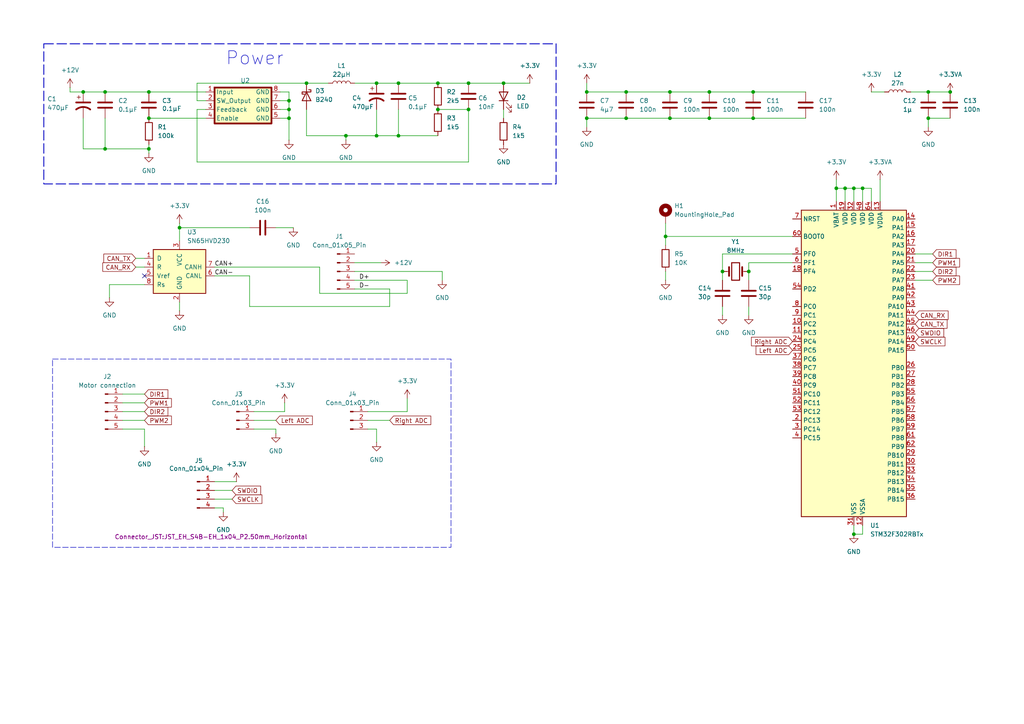
<source format=kicad_sch>
(kicad_sch (version 20231120) (generator "eeschema") (generator_version "8.0")
  (paper "A4")
  (lib_symbols
    (symbol "Connector:Conn_01x03_Pin" (pin_names (offset 1.016) hide)
      (property "Reference" "J" (at 0 5.08 0))
      (property "Value" "Conn_01x03_Pin" (at 0 -5.08 0))
      (symbol "Conn_01x03_Pin_1_1"
        (polyline (pts (xy 1.27 -2.54) (xy 0.8636 -2.54)) (stroke (width 0.1524)))
        (polyline (pts (xy 1.27 0) (xy 0.8636 0)) (stroke (width 0.1524)))
        (polyline (pts (xy 1.27 2.54) (xy 0.8636 2.54)) (stroke (width 0.1524)))
        (rectangle (start 0.8636 -2.413) (end 0 -2.667) (stroke (width 0.1524)) (fill (type outline)))
        (rectangle (start 0.8636 0.127) (end 0 -0.127) (stroke (width 0.1524)) (fill (type outline)))
        (rectangle (start 0.8636 2.667) (end 0 2.413) (stroke (width 0.1524)) (fill (type outline)))
        (pin passive line (at 5.08 2.54 180) (length 3.81) (name "Pin_1") (number "1"))
        (pin passive line (at 5.08 0 180) (length 3.81) (name "Pin_2") (number "2"))
        (pin passive line (at 5.08 -2.54 180) (length 3.81) (name "Pin_3") (number "3"))
      )
    )
    (symbol "Connector:Conn_01x04_Pin" (pin_names (offset 1.016) hide)
      (property "Reference" "J" (at 0 5.08 0))
      (property "Value" "Conn_01x04_Pin" (at 0 -7.62 0))
      (symbol "Conn_01x04_Pin_1_1"
        (polyline (pts (xy 1.27 -5.08) (xy 0.8636 -5.08)) (stroke (width 0.1524)))
        (polyline (pts (xy 1.27 -2.54) (xy 0.8636 -2.54)) (stroke (width 0.1524)))
        (polyline (pts (xy 1.27 0) (xy 0.8636 0)) (stroke (width 0.1524)))
        (polyline (pts (xy 1.27 2.54) (xy 0.8636 2.54)) (stroke (width 0.1524)))
        (rectangle (start 0.8636 -4.953) (end 0 -5.207) (stroke (width 0.1524)) (fill (type outline)))
        (rectangle (start 0.8636 -2.413) (end 0 -2.667) (stroke (width 0.1524)) (fill (type outline)))
        (rectangle (start 0.8636 0.127) (end 0 -0.127) (stroke (width 0.1524)) (fill (type outline)))
        (rectangle (start 0.8636 2.667) (end 0 2.413) (stroke (width 0.1524)) (fill (type outline)))
        (pin passive line (at 5.08 2.54 180) (length 3.81) (name "Pin_1") (number "1"))
        (pin passive line (at 5.08 0 180) (length 3.81) (name "Pin_2") (number "2"))
        (pin passive line (at 5.08 -2.54 180) (length 3.81) (name "Pin_3") (number "3"))
        (pin passive line (at 5.08 -5.08 180) (length 3.81) (name "Pin_4") (number "4"))
      )
    )
    (symbol "Connector:Conn_01x05_Pin" (pin_names (offset 1.016) hide)
      (property "Reference" "J" (at 0 7.62 0))
      (property "Value" "Conn_01x05_Pin" (at 0 -7.62 0))
      (symbol "Conn_01x05_Pin_1_1"
        (polyline (pts (xy 1.27 -5.08) (xy 0.8636 -5.08)) (stroke (width 0.1524)))
        (polyline (pts (xy 1.27 -2.54) (xy 0.8636 -2.54)) (stroke (width 0.1524)))
        (polyline (pts (xy 1.27 0) (xy 0.8636 0)) (stroke (width 0.1524)))
        (polyline (pts (xy 1.27 2.54) (xy 0.8636 2.54)) (stroke (width 0.1524)))
        (polyline (pts (xy 1.27 5.08) (xy 0.8636 5.08)) (stroke (width 0.1524)))
        (rectangle (start 0.8636 -4.953) (end 0 -5.207) (stroke (width 0.1524)) (fill (type outline)))
        (rectangle (start 0.8636 -2.413) (end 0 -2.667) (stroke (width 0.1524)) (fill (type outline)))
        (rectangle (start 0.8636 0.127) (end 0 -0.127) (stroke (width 0.1524)) (fill (type outline)))
        (rectangle (start 0.8636 2.667) (end 0 2.413) (stroke (width 0.1524)) (fill (type outline)))
        (rectangle (start 0.8636 5.207) (end 0 4.953) (stroke (width 0.1524)) (fill (type outline)))
        (pin passive line (at 5.08 5.08 180) (length 3.81) (name "Pin_1") (number "1"))
        (pin passive line (at 5.08 2.54 180) (length 3.81) (name "Pin_2") (number "2"))
        (pin passive line (at 5.08 0 180) (length 3.81) (name "Pin_3") (number "3"))
        (pin passive line (at 5.08 -2.54 180) (length 3.81) (name "Pin_4") (number "4"))
        (pin passive line (at 5.08 -5.08 180) (length 3.81) (name "Pin_5") (number "5"))
      )
    )
    (symbol "Device:C" (pin_numbers hide) (pin_names (offset 0.254))
      (property "Reference" "C" (at 0.635 2.54 0))
      (property "Value" "C" (at 0.635 -2.54 0))
      (symbol "C_0_1"
        (polyline (pts (xy -2.032 -0.762) (xy 2.032 -0.762)) (stroke (width 0.508)))
        (polyline (pts (xy -2.032 0.762) (xy 2.032 0.762)) (stroke (width 0.508)))
      )
      (symbol "C_1_1"
        (pin passive line (at 0 3.81 270) (length 2.794) (name "~") (number "1"))
        (pin passive line (at 0 -3.81 90) (length 2.794) (name "~") (number "2"))
      )
    )
    (symbol "Device:C_Polarized_US" (pin_numbers hide) (pin_names (offset 0.254) hide)
      (property "Reference" "C" (at 0.635 2.54 0))
      (property "Value" "C_Polarized_US" (at 0.635 -2.54 0))
      (symbol "C_Polarized_US_0_1"
        (polyline (pts (xy -2.032 0.762) (xy 2.032 0.762)) (stroke (width 0.508)))
        (polyline (pts (xy -1.778 2.286) (xy -0.762 2.286)))
        (polyline (pts (xy -1.27 1.778) (xy -1.27 2.794)))
        (arc (start 2.032 -1.27) (mid 0 -0.5572) (end -2.032 -1.27) (stroke (width 0.508)))
      )
      (symbol "C_Polarized_US_1_1"
        (pin passive line (at 0 3.81 270) (length 2.794) (name "~") (number "1"))
        (pin passive line (at 0 -3.81 90) (length 3.302) (name "~") (number "2"))
      )
    )
    (symbol "Device:Crystal" (pin_numbers hide) (pin_names (offset 1.016) hide)
      (property "Reference" "Y" (at 0 3.81 0))
      (property "Value" "Crystal" (at 0 -3.81 0))
      (symbol "Crystal_0_1"
        (rectangle (start -1.143 2.54) (end 1.143 -2.54) (stroke (width 0.3048)))
        (polyline (pts (xy -2.54 0) (xy -1.905 0)))
        (polyline (pts (xy -1.905 -1.27) (xy -1.905 1.27)) (stroke (width 0.508)))
        (polyline (pts (xy 1.905 -1.27) (xy 1.905 1.27)) (stroke (width 0.508)))
        (polyline (pts (xy 2.54 0) (xy 1.905 0)))
      )
      (symbol "Crystal_1_1"
        (pin passive line (at -3.81 0 0) (length 1.27) (name "1") (number "1"))
        (pin passive line (at 3.81 0 180) (length 1.27) (name "2") (number "2"))
      )
    )
    (symbol "Device:L" (pin_numbers hide) (pin_names (offset 1.016) hide)
      (property "Reference" "L" (at -1.27 0 90))
      (property "Value" "L" (at 1.905 0 90))
      (symbol "L_0_1"
        (arc (start 0 -2.54) (mid 0.6323 -1.905) (end 0 -1.27))
        (arc (start 0 -1.27) (mid 0.6323 -0.635) (end 0 0))
        (arc (start 0 0) (mid 0.6323 0.635) (end 0 1.27))
        (arc (start 0 1.27) (mid 0.6323 1.905) (end 0 2.54))
      )
      (symbol "L_1_1"
        (pin passive line (at 0 3.81 270) (length 1.27) (name "1") (number "1"))
        (pin passive line (at 0 -3.81 90) (length 1.27) (name "2") (number "2"))
      )
    )
    (symbol "Device:LED" (pin_numbers hide) (pin_names (offset 1.016) hide)
      (property "Reference" "D" (at 0 2.54 0))
      (property "Value" "LED" (at 0 -2.54 0))
      (symbol "LED_0_1"
        (polyline (pts (xy -1.27 -1.27) (xy -1.27 1.27)) (stroke (width 0.254)))
        (polyline (pts (xy -1.27 0) (xy 1.27 0)))
        (polyline (pts (xy 1.27 -1.27) (xy 1.27 1.27) (xy -1.27 0) (xy 1.27 -1.27)) (stroke (width 0.254)))
        (polyline (pts (xy -3.048 -0.762) (xy -4.572 -2.286) (xy -3.81 -2.286) (xy -4.572 -2.286) (xy -4.572 -1.524)))
        (polyline (pts (xy -1.778 -0.762) (xy -3.302 -2.286) (xy -2.54 -2.286) (xy -3.302 -2.286) (xy -3.302 -1.524)))
      )
      (symbol "LED_1_1"
        (pin passive line (at -3.81 0 0) (length 2.54) (name "K") (number "1"))
        (pin passive line (at 3.81 0 180) (length 2.54) (name "A") (number "2"))
      )
    )
    (symbol "Device:R" (pin_numbers hide) (pin_names (offset 0))
      (property "Reference" "R" (at 2.032 0 90))
      (property "Value" "R" (at 0 0 90))
      (symbol "R_0_1"
        (rectangle (start -1.016 -2.54) (end 1.016 2.54) (stroke (width 0.254)))
      )
      (symbol "R_1_1"
        (pin passive line (at 0 3.81 270) (length 1.27) (name "~") (number "1"))
        (pin passive line (at 0 -3.81 90) (length 1.27) (name "~") (number "2"))
      )
    )
    (symbol "Diode:B240" (pin_numbers hide) (pin_names (offset 1.016) hide)
      (property "Reference" "D" (at 0 2.54 0))
      (property "Value" "B240" (at 0 -2.54 0))
      (symbol "B240_0_1"
        (polyline (pts (xy 1.27 0) (xy -1.27 0)))
        (polyline (pts (xy 1.27 1.27) (xy 1.27 -1.27) (xy -1.27 0) (xy 1.27 1.27)) (stroke (width 0.254)))
        (polyline (pts (xy -1.905 0.635) (xy -1.905 1.27) (xy -1.27 1.27) (xy -1.27 -1.27) (xy -0.635 -1.27) (xy -0.635 -0.635)) (stroke (width 0.254)))
      )
      (symbol "B240_1_1"
        (pin passive line (at -3.81 0 0) (length 2.54) (name "K") (number "1"))
        (pin passive line (at 3.81 0 180) (length 2.54) (name "A") (number "2"))
      )
    )
    (symbol "Interface_CAN_LIN:SN65HVD230" (pin_names (offset 1.016))
      (property "Reference" "U" (at -2.54 10.16 0))
      (property "Value" "SN65HVD230" (at -2.54 7.62 0))
      (symbol "SN65HVD230_0_1"
        (rectangle (start -7.62 5.08) (end 7.62 -7.62) (stroke (width 0.254)) (fill (type background)))
      )
      (symbol "SN65HVD230_1_1"
        (pin input line (at -10.16 2.54 0) (length 2.54) (name "D") (number "1"))
        (pin power_in line (at 0 -10.16 90) (length 2.54) (name "GND") (number "2"))
        (pin power_in line (at 0 7.62 270) (length 2.54) (name "VCC") (number "3"))
        (pin output line (at -10.16 0 0) (length 2.54) (name "R") (number "4"))
        (pin output line (at -10.16 -2.54 0) (length 2.54) (name "Vref") (number "5"))
        (pin bidirectional line (at 10.16 -2.54 180) (length 2.54) (name "CANL") (number "6"))
        (pin bidirectional line (at 10.16 0 180) (length 2.54) (name "CANH") (number "7"))
        (pin input line (at -10.16 -5.08 0) (length 2.54) (name "Rs") (number "8"))
      )
    )
    (symbol "MCU_ST_STM32F3:STM32F302RBTx"
      (property "Reference" "U" (at -15.24 46.99 0))
      (property "Value" "STM32F302RBTx" (at 10.16 46.99 0))
      (symbol "STM32F302RBTx_0_1"
        (rectangle (start -15.24 -43.18) (end 15.24 45.72) (stroke (width 0.254)) (fill (type background)))
      )
      (symbol "STM32F302RBTx_1_1"
        (pin power_in line (at -5.08 48.26 270) (length 2.54) (name "VBAT") (number "1"))
        (pin bidirectional line (at -17.78 12.7 0) (length 2.54) (name "PC2") (number "10"))
        (pin bidirectional line (at -17.78 10.16 0) (length 2.54) (name "PC3") (number "11"))
        (pin power_in line (at 2.54 -45.72 90) (length 2.54) (name "VSSA") (number "12"))
        (pin power_in line (at 7.62 48.26 270) (length 2.54) (name "VDDA") (number "13"))
        (pin bidirectional line (at 17.78 43.18 180) (length 2.54) (name "PA0") (number "14"))
        (pin bidirectional line (at 17.78 40.64 180) (length 2.54) (name "PA1") (number "15"))
        (pin bidirectional line (at 17.78 38.1 180) (length 2.54) (name "PA2") (number "16"))
        (pin bidirectional line (at 17.78 35.56 180) (length 2.54) (name "PA3") (number "17"))
        (pin bidirectional line (at -17.78 27.94 0) (length 2.54) (name "PF4") (number "18"))
        (pin power_in line (at -2.54 48.26 270) (length 2.54) (name "VDD") (number "19"))
        (pin bidirectional line (at -17.78 -15.24 0) (length 2.54) (name "PC13") (number "2"))
        (pin bidirectional line (at 17.78 33.02 180) (length 2.54) (name "PA4") (number "20"))
        (pin bidirectional line (at 17.78 30.48 180) (length 2.54) (name "PA5") (number "21"))
        (pin bidirectional line (at 17.78 27.94 180) (length 2.54) (name "PA6") (number "22"))
        (pin bidirectional line (at 17.78 25.4 180) (length 2.54) (name "PA7") (number "23"))
        (pin bidirectional line (at -17.78 7.62 0) (length 2.54) (name "PC4") (number "24"))
        (pin bidirectional line (at -17.78 5.08 0) (length 2.54) (name "PC5") (number "25"))
        (pin bidirectional line (at 17.78 0 180) (length 2.54) (name "PB0") (number "26"))
        (pin bidirectional line (at 17.78 -2.54 180) (length 2.54) (name "PB1") (number "27"))
        (pin bidirectional line (at 17.78 -5.08 180) (length 2.54) (name "PB2") (number "28"))
        (pin bidirectional line (at 17.78 -25.4 180) (length 2.54) (name "PB10") (number "29"))
        (pin bidirectional line (at -17.78 -17.78 0) (length 2.54) (name "PC14") (number "3"))
        (pin bidirectional line (at 17.78 -27.94 180) (length 2.54) (name "PB11") (number "30"))
        (pin power_in line (at 0 -45.72 90) (length 2.54) (name "VSS") (number "31"))
        (pin power_in line (at 0 48.26 270) (length 2.54) (name "VDD") (number "32"))
        (pin bidirectional line (at 17.78 -30.48 180) (length 2.54) (name "PB12") (number "33"))
        (pin bidirectional line (at 17.78 -33.02 180) (length 2.54) (name "PB13") (number "34"))
        (pin bidirectional line (at 17.78 -35.56 180) (length 2.54) (name "PB14") (number "35"))
        (pin bidirectional line (at 17.78 -38.1 180) (length 2.54) (name "PB15") (number "36"))
        (pin bidirectional line (at -17.78 2.54 0) (length 2.54) (name "PC6") (number "37"))
        (pin bidirectional line (at -17.78 0 0) (length 2.54) (name "PC7") (number "38"))
        (pin bidirectional line (at -17.78 -2.54 0) (length 2.54) (name "PC8") (number "39"))
        (pin bidirectional line (at -17.78 -20.32 0) (length 2.54) (name "PC15") (number "4"))
        (pin bidirectional line (at -17.78 -5.08 0) (length 2.54) (name "PC9") (number "40"))
        (pin bidirectional line (at 17.78 22.86 180) (length 2.54) (name "PA8") (number "41"))
        (pin bidirectional line (at 17.78 20.32 180) (length 2.54) (name "PA9") (number "42"))
        (pin bidirectional line (at 17.78 17.78 180) (length 2.54) (name "PA10") (number "43"))
        (pin bidirectional line (at 17.78 15.24 180) (length 2.54) (name "PA11") (number "44"))
        (pin bidirectional line (at 17.78 12.7 180) (length 2.54) (name "PA12") (number "45"))
        (pin bidirectional line (at 17.78 10.16 180) (length 2.54) (name "PA13") (number "46"))
        (pin passive line (at 0 -45.72 90) (length 2.54) hide (name "VSS") (number "47"))
        (pin power_in line (at 2.54 48.26 270) (length 2.54) (name "VDD") (number "48"))
        (pin bidirectional line (at 17.78 7.62 180) (length 2.54) (name "PA14") (number "49"))
        (pin bidirectional line (at -17.78 33.02 0) (length 2.54) (name "PF0") (number "5"))
        (pin bidirectional line (at 17.78 5.08 180) (length 2.54) (name "PA15") (number "50"))
        (pin bidirectional line (at -17.78 -7.62 0) (length 2.54) (name "PC10") (number "51"))
        (pin bidirectional line (at -17.78 -10.16 0) (length 2.54) (name "PC11") (number "52"))
        (pin bidirectional line (at -17.78 -12.7 0) (length 2.54) (name "PC12") (number "53"))
        (pin bidirectional line (at -17.78 22.86 0) (length 2.54) (name "PD2") (number "54"))
        (pin bidirectional line (at 17.78 -7.62 180) (length 2.54) (name "PB3") (number "55"))
        (pin bidirectional line (at 17.78 -10.16 180) (length 2.54) (name "PB4") (number "56"))
        (pin bidirectional line (at 17.78 -12.7 180) (length 2.54) (name "PB5") (number "57"))
        (pin bidirectional line (at 17.78 -15.24 180) (length 2.54) (name "PB6") (number "58"))
        (pin bidirectional line (at 17.78 -17.78 180) (length 2.54) (name "PB7") (number "59"))
        (pin bidirectional line (at -17.78 30.48 0) (length 2.54) (name "PF1") (number "6"))
        (pin input line (at -17.78 38.1 0) (length 2.54) (name "BOOT0") (number "60"))
        (pin bidirectional line (at 17.78 -20.32 180) (length 2.54) (name "PB8") (number "61"))
        (pin bidirectional line (at 17.78 -22.86 180) (length 2.54) (name "PB9") (number "62"))
        (pin passive line (at 0 -45.72 90) (length 2.54) hide (name "VSS") (number "63"))
        (pin power_in line (at 5.08 48.26 270) (length 2.54) (name "VDD") (number "64"))
        (pin input line (at -17.78 43.18 0) (length 2.54) (name "NRST") (number "7"))
        (pin bidirectional line (at -17.78 17.78 0) (length 2.54) (name "PC0") (number "8"))
        (pin bidirectional line (at -17.78 15.24 0) (length 2.54) (name "PC1") (number "9"))
      )
    )
    (symbol "MP1584EN:MP1584EN"
      (property "Reference" "U" (at 0 6.35 0))
      (symbol "MP1584EN_1_1"
        (rectangle (start -8.89 5.08) (end 7.62 -5.334) (stroke (width 0.508)) (fill (type background)))
        (pin power_in line (at -11.43 3.81 0) (length 2.54) (name "Input") (number "1"))
        (pin power_out line (at -11.43 1.27 0) (length 2.54) (name "SW_Output") (number "2"))
        (pin input line (at -11.43 -1.27 0) (length 2.54) (name "Feedback") (number "3"))
        (pin input line (at -11.43 -3.81 0) (length 2.54) (name "Enable") (number "4"))
        (pin power_in line (at 10.16 -3.81 180) (length 2.54) (name "GND") (number "5"))
        (pin power_in line (at 10.16 -1.27 180) (length 2.54) (name "GND") (number "6"))
        (pin power_in line (at 10.16 1.27 180) (length 2.54) (name "GND") (number "7"))
        (pin power_in line (at 10.16 3.81 180) (length 2.54) (name "GND") (number "8"))
      )
    )
    (symbol "Mechanical:MountingHole_Pad" (pin_numbers hide) (pin_names (offset 1.016) hide) (exclude_from_sim yes) (in_bom no)
      (property "Reference" "H" (at 0 6.35 0))
      (property "Value" "MountingHole_Pad" (at 0 4.445 0))
      (symbol "MountingHole_Pad_0_1"
        (circle (center 0 1.27) (radius 1.27) (stroke (width 1.27)))
      )
      (symbol "MountingHole_Pad_1_1"
        (pin input line (at 0 -2.54 90) (length 2.54) (name "1") (number "1"))
      )
    )
    (symbol "power:+12V" (power) (pin_numbers hide) (pin_names (offset 0) hide)
      (property "Value" "+12V" (at 0 3.556 0))
      (symbol "+12V_0_1"
        (polyline (pts (xy -0.762 1.27) (xy 0 2.54)))
        (polyline (pts (xy 0 0) (xy 0 2.54)))
        (polyline (pts (xy 0 2.54) (xy 0.762 1.27)))
      )
      (symbol "+12V_1_1"
        (pin power_in line (at 0 0 90) (length 0) (name "~") (number "1"))
      )
    )
    (symbol "power:+3.3V" (power) (pin_numbers hide) (pin_names (offset 0) hide)
      (property "Value" "+3.3V" (at 0 3.556 0))
      (symbol "+3.3V_0_1"
        (polyline (pts (xy -0.762 1.27) (xy 0 2.54)))
        (polyline (pts (xy 0 0) (xy 0 2.54)))
        (polyline (pts (xy 0 2.54) (xy 0.762 1.27)))
      )
      (symbol "+3.3V_1_1"
        (pin power_in line (at 0 0 90) (length 0) (name "~") (number "1"))
      )
    )
    (symbol "power:+3.3VA" (power) (pin_numbers hide) (pin_names (offset 0) hide)
      (property "Value" "+3.3VA" (at 0 3.556 0))
      (symbol "+3.3VA_0_1"
        (polyline (pts (xy -0.762 1.27) (xy 0 2.54)))
        (polyline (pts (xy 0 0) (xy 0 2.54)))
        (polyline (pts (xy 0 2.54) (xy 0.762 1.27)))
      )
      (symbol "+3.3VA_1_1"
        (pin power_in line (at 0 0 90) (length 0) (name "~") (number "1"))
      )
    )
    (symbol "power:GND" (power) (pin_numbers hide) (pin_names (offset 0) hide)
      (property "Value" "GND" (at 0 -3.81 0))
      (symbol "GND_0_1"
        (polyline (pts (xy 0 0) (xy 0 -1.27) (xy 1.27 -1.27) (xy 0 -2.54) (xy -1.27 -1.27) (xy 0 -1.27)))
      )
      (symbol "GND_1_1"
        (pin power_in line (at 0 0 270) (length 0) (name "~") (number "1"))
      )
    )
  )
  (junction (at 275.59 26.67))
  (junction (at 209.55 78.74))
  (junction (at 88.9 24.13))
  (junction (at 24.13 26.67))
  (junction (at 269.24 26.67))
  (junction (at 218.44 26.67))
  (junction (at 83.82 31.75))
  (junction (at 181.61 26.67))
  (junction (at 115.57 39.37))
  (junction (at 247.65 54.61))
  (junction (at 205.74 34.29))
  (junction (at 245.11 54.61))
  (junction (at 170.18 34.29))
  (junction (at 135.89 24.13))
  (junction (at 194.31 26.67))
  (junction (at 146.05 24.13))
  (junction (at 242.57 54.61))
  (junction (at 43.18 26.67))
  (junction (at 115.57 24.13))
  (junction (at 194.31 34.29))
  (junction (at 43.18 34.29))
  (junction (at 135.89 31.75))
  (junction (at 30.48 26.67))
  (junction (at 30.48 43.18))
  (junction (at 193.04 68.58))
  (junction (at 83.82 34.29))
  (junction (at 217.17 78.74))
  (junction (at 269.24 34.29))
  (junction (at 52.07 66.04))
  (junction (at 247.65 154.94))
  (junction (at 43.18 43.18))
  (junction (at 100.33 39.37))
  (junction (at 109.22 24.13))
  (junction (at 109.22 39.37))
  (junction (at 127 24.13))
  (junction (at 83.82 29.21))
  (junction (at 205.74 26.67))
  (junction (at 127 31.75))
  (junction (at 170.18 26.67))
  (junction (at 181.61 34.29))
  (junction (at 250.19 54.61))
  (junction (at 218.44 34.29))
  (no_connect (at 41.91 80.01))
  (wire (pts (xy 81.28 34.29) (xy 83.82 34.29)))
  (wire (pts (xy 41.91 124.46) (xy 41.91 129.54)))
  (wire (pts (xy 62.23 147.32) (xy 64.77 147.32)))
  (wire (pts (xy 115.57 39.37) (xy 109.22 39.37)))
  (wire (pts (xy 217.17 88.9) (xy 217.17 91.44)))
  (wire (pts (xy 146.05 24.13) (xy 135.89 24.13)))
  (wire (pts (xy 35.56 119.38) (xy 41.91 119.38)))
  (wire (pts (xy 209.55 73.66) (xy 209.55 78.74)))
  (wire (pts (xy 193.04 71.12) (xy 193.04 68.58)))
  (wire (pts (xy 57.15 24.13) (xy 57.15 29.21)))
  (wire (pts (xy 57.15 24.13) (xy 88.9 24.13)))
  (wire (pts (xy 250.19 54.61) (xy 250.19 58.42)))
  (wire (pts (xy 88.9 31.75) (xy 88.9 39.37)))
  (wire (pts (xy 106.68 121.92) (xy 113.03 121.92)))
  (wire (pts (xy 80.01 66.04) (xy 85.09 66.04)))
  (wire (pts (xy 113.03 88.9) (xy 113.03 83.82)))
  (wire (pts (xy 269.24 34.29) (xy 269.24 36.83)))
  (wire (pts (xy 181.61 26.67) (xy 194.31 26.67)))
  (wire (pts (xy 269.24 34.29) (xy 275.59 34.29)))
  (wire (pts (xy 35.56 114.3) (xy 41.91 114.3)))
  (wire (pts (xy 194.31 34.29) (xy 205.74 34.29)))
  (wire (pts (xy 205.74 34.29) (xy 218.44 34.29)))
  (wire (pts (xy 118.11 85.09) (xy 118.11 81.28)))
  (wire (pts (xy 115.57 31.75) (xy 115.57 39.37)))
  (wire (pts (xy 24.13 26.67) (xy 30.48 26.67)))
  (wire (pts (xy 100.33 39.37) (xy 109.22 39.37)))
  (wire (pts (xy 57.15 46.99) (xy 135.89 46.99)))
  (wire (pts (xy 102.87 24.13) (xy 109.22 24.13)))
  (wire (pts (xy 35.56 116.84) (xy 41.91 116.84)))
  (wire (pts (xy 264.16 26.67) (xy 269.24 26.67)))
  (wire (pts (xy 102.87 81.28) (xy 118.11 81.28)))
  (wire (pts (xy 83.82 26.67) (xy 83.82 29.21)))
  (wire (pts (xy 247.65 152.4) (xy 247.65 154.94)))
  (wire (pts (xy 250.19 54.61) (xy 252.73 54.61)))
  (wire (pts (xy 250.19 154.94) (xy 247.65 154.94)))
  (wire (pts (xy 170.18 34.29) (xy 170.18 36.83)))
  (wire (pts (xy 128.27 81.28) (xy 128.27 78.74)))
  (wire (pts (xy 73.66 119.38) (xy 82.55 119.38)))
  (wire (pts (xy 193.04 68.58) (xy 229.87 68.58)))
  (wire (pts (xy 24.13 34.29) (xy 24.13 43.18)))
  (wire (pts (xy 81.28 26.67) (xy 83.82 26.67)))
  (wire (pts (xy 135.89 31.75) (xy 127 31.75)))
  (wire (pts (xy 193.04 64.77) (xy 193.04 68.58)))
  (wire (pts (xy 245.11 54.61) (xy 247.65 54.61)))
  (wire (pts (xy 146.05 31.75) (xy 146.05 34.29)))
  (wire (pts (xy 43.18 26.67) (xy 59.69 26.67)))
  (wire (pts (xy 59.69 29.21) (xy 57.15 29.21)))
  (wire (pts (xy 181.61 34.29) (xy 194.31 34.29)))
  (wire (pts (xy 67.31 142.24) (xy 62.23 142.24)))
  (wire (pts (xy 72.39 80.01) (xy 72.39 88.9)))
  (wire (pts (xy 252.73 26.67) (xy 256.54 26.67)))
  (wire (pts (xy 64.77 147.32) (xy 64.77 148.59)))
  (wire (pts (xy 35.56 124.46) (xy 41.91 124.46)))
  (wire (pts (xy 92.71 77.47) (xy 92.71 85.09)))
  (wire (pts (xy 88.9 39.37) (xy 100.33 39.37)))
  (wire (pts (xy 39.37 77.47) (xy 41.91 77.47)))
  (wire (pts (xy 209.55 78.74) (xy 209.55 81.28)))
  (wire (pts (xy 80.01 124.46) (xy 80.01 125.73)))
  (wire (pts (xy 43.18 34.29) (xy 59.69 34.29)))
  (wire (pts (xy 113.03 83.82) (xy 102.87 83.82)))
  (wire (pts (xy 269.24 26.67) (xy 275.59 26.67)))
  (wire (pts (xy 35.56 121.92) (xy 41.91 121.92)))
  (wire (pts (xy 92.71 85.09) (xy 118.11 85.09)))
  (wire (pts (xy 242.57 54.61) (xy 245.11 54.61)))
  (wire (pts (xy 30.48 26.67) (xy 43.18 26.67)))
  (wire (pts (xy 30.48 34.29) (xy 30.48 43.18)))
  (wire (pts (xy 217.17 78.74) (xy 217.17 81.28)))
  (wire (pts (xy 52.07 66.04) (xy 72.39 66.04)))
  (wire (pts (xy 52.07 66.04) (xy 52.07 69.85)))
  (wire (pts (xy 115.57 24.13) (xy 127 24.13)))
  (wire (pts (xy 73.66 124.46) (xy 80.01 124.46)))
  (wire (pts (xy 43.18 43.18) (xy 43.18 44.45)))
  (wire (pts (xy 62.23 139.7) (xy 68.58 139.7)))
  (wire (pts (xy 73.66 121.92) (xy 80.01 121.92)))
  (wire (pts (xy 127 39.37) (xy 115.57 39.37)))
  (wire (pts (xy 217.17 76.2) (xy 217.17 78.74)))
  (wire (pts (xy 218.44 26.67) (xy 233.68 26.67)))
  (wire (pts (xy 193.04 78.74) (xy 193.04 81.28)))
  (wire (pts (xy 242.57 52.07) (xy 242.57 54.61)))
  (wire (pts (xy 83.82 31.75) (xy 83.82 34.29)))
  (wire (pts (xy 106.68 119.38) (xy 118.11 119.38)))
  (wire (pts (xy 43.18 41.91) (xy 43.18 43.18)))
  (wire (pts (xy 252.73 58.42) (xy 252.73 54.61)))
  (wire (pts (xy 67.31 144.78) (xy 62.23 144.78)))
  (wire (pts (xy 82.55 119.38) (xy 82.55 116.84)))
  (wire (pts (xy 265.43 76.2) (xy 270.51 76.2)))
  (wire (pts (xy 62.23 77.47) (xy 92.71 77.47)))
  (wire (pts (xy 109.22 31.75) (xy 109.22 39.37)))
  (wire (pts (xy 52.07 64.77) (xy 52.07 66.04)))
  (wire (pts (xy 229.87 76.2) (xy 217.17 76.2)))
  (wire (pts (xy 255.27 52.07) (xy 255.27 58.42)))
  (wire (pts (xy 39.37 74.93) (xy 41.91 74.93)))
  (wire (pts (xy 24.13 43.18) (xy 30.48 43.18)))
  (wire (pts (xy 242.57 54.61) (xy 242.57 58.42)))
  (wire (pts (xy 20.32 26.67) (xy 20.32 25.4)))
  (wire (pts (xy 146.05 24.13) (xy 153.67 24.13)))
  (wire (pts (xy 247.65 54.61) (xy 250.19 54.61)))
  (wire (pts (xy 265.43 78.74) (xy 270.51 78.74)))
  (wire (pts (xy 100.33 39.37) (xy 100.33 40.64)))
  (wire (pts (xy 170.18 34.29) (xy 181.61 34.29)))
  (wire (pts (xy 83.82 34.29) (xy 83.82 40.64)))
  (wire (pts (xy 20.32 26.67) (xy 24.13 26.67)))
  (wire (pts (xy 247.65 54.61) (xy 247.65 58.42)))
  (wire (pts (xy 109.22 124.46) (xy 109.22 128.27)))
  (wire (pts (xy 205.74 26.67) (xy 218.44 26.67)))
  (wire (pts (xy 102.87 78.74) (xy 128.27 78.74)))
  (wire (pts (xy 170.18 26.67) (xy 181.61 26.67)))
  (wire (pts (xy 31.75 82.55) (xy 41.91 82.55)))
  (wire (pts (xy 102.87 76.2) (xy 110.49 76.2)))
  (wire (pts (xy 250.19 152.4) (xy 250.19 154.94)))
  (wire (pts (xy 81.28 29.21) (xy 83.82 29.21)))
  (wire (pts (xy 59.69 31.75) (xy 57.15 31.75)))
  (wire (pts (xy 62.23 80.01) (xy 72.39 80.01)))
  (wire (pts (xy 106.68 124.46) (xy 109.22 124.46)))
  (wire (pts (xy 127 24.13) (xy 135.89 24.13)))
  (wire (pts (xy 135.89 46.99) (xy 135.89 31.75)))
  (wire (pts (xy 194.31 26.67) (xy 205.74 26.67)))
  (wire (pts (xy 265.43 81.28) (xy 270.51 81.28)))
  (wire (pts (xy 57.15 31.75) (xy 57.15 46.99)))
  (wire (pts (xy 72.39 88.9) (xy 113.03 88.9)))
  (wire (pts (xy 83.82 29.21) (xy 83.82 31.75)))
  (wire (pts (xy 118.11 119.38) (xy 118.11 115.57)))
  (wire (pts (xy 265.43 73.66) (xy 270.51 73.66)))
  (wire (pts (xy 245.11 54.61) (xy 245.11 58.42)))
  (wire (pts (xy 229.87 73.66) (xy 209.55 73.66)))
  (wire (pts (xy 52.07 87.63) (xy 52.07 90.17)))
  (wire (pts (xy 218.44 34.29) (xy 233.68 34.29)))
  (wire (pts (xy 209.55 88.9) (xy 209.55 91.44)))
  (wire (pts (xy 30.48 43.18) (xy 43.18 43.18)))
  (wire (pts (xy 81.28 31.75) (xy 83.82 31.75)))
  (wire (pts (xy 88.9 24.13) (xy 95.25 24.13)))
  (wire (pts (xy 31.75 82.55) (xy 31.75 86.36)))
  (wire (pts (xy 109.22 24.13) (xy 115.57 24.13)))
  (wire (pts (xy 170.18 24.13) (xy 170.18 26.67)))
  (rectangle (start 15.24 104.14) (end 130.81 158.75) (stroke (width 0) (type dash)))
  (rectangle (start 12.7 12.7) (end 161.29 53.34) (stroke (width 0.254) (type dash)))
  (text "Power" (at 73.914 17.018 0) (effects (font (size 3.81 3.81))))
  (label "D-" (at 104.14 83.82 0))
  (label "CAN-" (at 62.23 80.01 0))
  (label "D+" (at 104.14 81.28 0))
  (label "CAN+" (at 62.23 77.47 0))
  (global_label "DIR2" (shape input) (at 41.91 119.38 0) (property "Intersheetrefs" "${INTERSHEET_REFS}" (effects (hide yes))))
  (global_label "PWM2" (shape input) (at 41.91 121.92 0) (property "Intersheetrefs" "${INTERSHEET_REFS}" (effects (hide yes))))
  (global_label "SWDIO" (shape input) (at 265.43 96.52 0) (property "Intersheetrefs" "${INTERSHEET_REFS}" (effects (hide yes))))
  (global_label "DIR1" (shape input) (at 41.91 114.3 0) (property "Intersheetrefs" "${INTERSHEET_REFS}" (effects (hide yes))))
  (global_label "Right ADC" (shape input) (at 113.03 121.92 0) (property "Intersheetrefs" "${INTERSHEET_REFS}" (effects (hide yes))))
  (global_label "PWM2" (shape input) (at 270.51 81.28 0) (property "Intersheetrefs" "${INTERSHEET_REFS}" (effects (hide yes))))
  (global_label "CAN_TX" (shape input) (at 39.37 74.93 180) (property "Intersheetrefs" "${INTERSHEET_REFS}" (effects (hide yes))))
  (global_label "PWM1" (shape input) (at 41.91 116.84 0) (property "Intersheetrefs" "${INTERSHEET_REFS}" (effects (hide yes))))
  (global_label "CAN_RX" (shape input) (at 265.43 91.44 0) (property "Intersheetrefs" "${INTERSHEET_REFS}" (effects (hide yes))))
  (global_label "SWCLK" (shape input) (at 265.43 99.06 0) (property "Intersheetrefs" "${INTERSHEET_REFS}" (effects (hide yes))))
  (global_label "PWM1" (shape input) (at 270.51 76.2 0) (property "Intersheetrefs" "${INTERSHEET_REFS}" (effects (hide yes))))
  (global_label "DIR2" (shape input) (at 270.51 78.74 0) (property "Intersheetrefs" "${INTERSHEET_REFS}" (effects (hide yes))))
  (global_label "Left ADC" (shape input) (at 229.87 101.6 180) (property "Intersheetrefs" "${INTERSHEET_REFS}" (effects (hide yes))))
  (global_label "DIR1" (shape input) (at 270.51 73.66 0) (property "Intersheetrefs" "${INTERSHEET_REFS}" (effects (hide yes))))
  (global_label "Left ADC" (shape input) (at 80.01 121.92 0) (property "Intersheetrefs" "${INTERSHEET_REFS}" (effects (hide yes))))
  (global_label "Right ADC" (shape input) (at 229.87 99.06 180) (property "Intersheetrefs" "${INTERSHEET_REFS}" (effects (hide yes))))
  (global_label "CAN_RX" (shape input) (at 39.37 77.47 180) (property "Intersheetrefs" "${INTERSHEET_REFS}" (effects (hide yes))))
  (global_label "CAN_TX" (shape input) (at 265.43 93.98 0) (property "Intersheetrefs" "${INTERSHEET_REFS}" (effects (hide yes))))
  (global_label "SWDIO" (shape input) (at 67.31 142.24 0) (property "Intersheetrefs" "${INTERSHEET_REFS}" (effects (hide yes))))
  (global_label "SWCLK" (shape input) (at 67.31 144.78 0) (property "Intersheetrefs" "${INTERSHEET_REFS}" (effects (hide yes))))
  (symbol (lib_id "Device:L") (at 99.06 24.13 90) (unit 1)
    (property "Reference" "L1" (at 99.06 19.05 90))
    (property "Value" "22µH" (at 99.06 21.59 90))
    (property "Footprint" "Inductor_SMD:L_Pulse_1171" (effects (hide yes)))
    (property "Description" "Inductor" (effects (hide yes)))
  )
  (symbol (lib_id "power:GND") (at 100.33 40.64 0) (unit 1)
    (property "Reference" "#PWR04" (effects (hide yes)))
    (property "Value" "GND" (at 100.33 45.72 0))
    (property "Description" "Power symbol creates a global label with name \"GND\" , ground" (effects (hide yes)))
  )
  (symbol (lib_id "Device:C") (at 30.48 30.48 0) (unit 1)
    (property "Reference" "C2" (at 34.29 29.2099 0) (effects (justify left)))
    (property "Value" "0.1µF" (at 34.29 31.7499 0) (effects (justify left)))
    (property "Footprint" "Capacitor_SMD:C_1206_3216Metric" (effects (hide yes)))
    (property "Description" "Unpolarized capacitor" (effects (hide yes)))
  )
  (symbol (lib_id "Connector:Conn_01x03_Pin") (at 68.58 121.92 0) (unit 1)
    (property "Reference" "J3" (at 69.215 114.3 0))
    (property "Value" "Conn_01x03_Pin" (at 69.215 116.84 0))
    (property "Footprint" "Connector_Samtec_HPM_THT:Samtec_HPM-03-05-x-S_Straight_1x03_Pitch5.08mm" (effects (hide yes)))
    (property "Description" "Generic connector, single row, 01x03, script generated" (effects (hide yes)))
  )
  (symbol (lib_id "Connector:Conn_01x05_Pin") (at 97.79 78.74 0) (unit 1)
    (property "Reference" "J1" (at 98.425 68.58 0))
    (property "Value" "Conn_01x05_Pin" (at 98.425 71.12 0))
    (property "Footprint" "m12_5pol:m12_5pol" (effects (hide yes)))
    (property "Description" "Generic connector, single row, 01x05, script generated" (effects (hide yes)))
  )
  (symbol (lib_id "MP1584EN:MP1584EN") (at 71.12 30.48 0) (unit 1)
    (property "Reference" "U2" (at 71.12 23.368 0))
    (property "Value" "~" (at 70.485 24.13 0))
    (property "Footprint" "Package_SO:SOIC-8_3.9x4.9mm_P1.27mm" (effects (hide yes)))
  )
  (symbol (lib_id "Device:C") (at 233.68 30.48 0) (unit 1)
    (property "Reference" "C17" (at 237.49 29.2099 0) (effects (justify left)))
    (property "Value" "100n" (at 237.49 31.7499 0) (effects (justify left)))
    (property "Footprint" "Capacitor_SMD:C_1206_3216Metric" (effects (hide yes)))
    (property "Description" "Unpolarized capacitor" (effects (hide yes)))
  )
  (symbol (lib_id "power:GND") (at 146.05 41.91 0) (unit 1)
    (property "Reference" "#PWR05" (effects (hide yes)))
    (property "Value" "GND" (at 146.05 46.99 0))
    (property "Description" "Power symbol creates a global label with name \"GND\" , ground" (effects (hide yes)))
  )
  (symbol (lib_id "Device:C") (at 205.74 30.48 0) (unit 1)
    (property "Reference" "C10" (at 209.55 29.2099 0) (effects (justify left)))
    (property "Value" "100n" (at 209.55 31.7499 0) (effects (justify left)))
    (property "Footprint" "Capacitor_SMD:C_1206_3216Metric" (effects (hide yes)))
    (property "Description" "Unpolarized capacitor" (effects (hide yes)))
  )
  (symbol (lib_id "Device:LED") (at 146.05 27.94 90) (unit 1)
    (property "Reference" "D2" (at 149.86 28.2574 90) (effects (justify right)))
    (property "Value" "LED" (at 149.86 30.7974 90) (effects (justify right)))
    (property "Footprint" "LED_SMD:LED_1206_3216Metric" (effects (hide yes)))
    (property "Description" "Light emitting diode" (effects (hide yes)))
  )
  (symbol (lib_id "power:+3.3V") (at 82.55 116.84 0) (unit 1)
    (property "Reference" "#PWR025" (effects (hide yes)))
    (property "Value" "+3.3V" (at 82.55 111.76 0))
    (property "Description" "Power symbol creates a global label with name \"+3.3V\"" (effects (hide yes)))
  )
  (symbol (lib_id "Device:C") (at 269.24 30.48 0) (unit 1)
    (property "Reference" "C12" (at 261.874 29.21 0) (effects (justify left)))
    (property "Value" "1µ" (at 261.874 31.75 0) (effects (justify left)))
    (property "Footprint" "Capacitor_SMD:C_1206_3216Metric" (effects (hide yes)))
    (property "Description" "Unpolarized capacitor" (effects (hide yes)))
  )
  (symbol (lib_id "Connector:Conn_01x04_Pin") (at 57.15 142.24 0) (unit 1)
    (property "Reference" "J5" (at 57.658 133.604 0))
    (property "Value" "Conn_01x04_Pin" (at 56.896 135.89 0))
    (property "Footprint" "Connector_JST:JST_EH_S4B-EH_1x04_P2.50mm_Horizontal" (at 61.214 155.702 0))
    (property "Description" "Generic connector, single row, 01x04, script generated" (effects (hide yes)))
  )
  (symbol (lib_id "Device:C") (at 275.59 30.48 0) (unit 1)
    (property "Reference" "C13" (at 279.4 29.2099 0) (effects (justify left)))
    (property "Value" "100n" (at 279.4 31.7499 0) (effects (justify left)))
    (property "Footprint" "Capacitor_SMD:C_1206_3216Metric" (effects (hide yes)))
    (property "Description" "Unpolarized capacitor" (effects (hide yes)))
  )
  (symbol (lib_id "power:GND") (at 52.07 90.17 0) (unit 1)
    (property "Reference" "#PWR017" (effects (hide yes)))
    (property "Value" "GND" (at 52.07 95.25 0))
    (property "Description" "Power symbol creates a global label with name \"GND\" , ground" (effects (hide yes)))
  )
  (symbol (lib_id "Diode:B240") (at 88.9 27.94 270) (unit 1)
    (property "Reference" "D3" (at 91.44 26.3524 90) (effects (justify left)))
    (property "Value" "B240" (at 91.44 28.8924 90) (effects (justify left)))
    (property "Footprint" "Diode_SMD:D_SMB" (effects (hide yes)))
    (property "Datasheet" "http://www.jameco.com/Jameco/Products/ProdDS/1538777.pdf" (effects (hide yes)))
    (property "Description" "40V 2A Schottky Barrier Rectifier Diode, SMB" (effects (hide yes)))
  )
  (symbol (lib_id "power:GND") (at 128.27 81.28 0) (unit 1)
    (property "Reference" "#PWR021" (effects (hide yes)))
    (property "Value" "GND" (at 128.27 86.36 0))
    (property "Description" "Power symbol creates a global label with name \"GND\" , ground" (effects (hide yes)))
  )
  (symbol (lib_id "power:GND") (at 85.09 66.04 0) (unit 1)
    (property "Reference" "#PWR029" (effects (hide yes)))
    (property "Value" "GND" (at 85.09 71.12 0))
    (property "Description" "Power symbol creates a global label with name \"GND\" , ground" (effects (hide yes)))
  )
  (symbol (lib_id "power:+3.3VA") (at 275.59 26.67 0) (unit 1)
    (property "Reference" "#PWR011" (effects (hide yes)))
    (property "Value" "+3.3VA" (at 275.59 21.59 0))
    (property "Description" "Power symbol creates a global label with name \"+3.3VA\"" (effects (hide yes)))
  )
  (symbol (lib_id "Interface_CAN_LIN:SN65HVD230") (at 52.07 77.47 0) (unit 1)
    (property "Reference" "U3" (at 54.2641 67.31 0) (effects (justify left)))
    (property "Value" "SN65HVD230" (at 54.2641 69.85 0) (effects (justify left)))
    (property "Footprint" "Package_SO:SOIC-8_3.9x4.9mm_P1.27mm" (effects (hide yes)))
    (property "Datasheet" "http://www.ti.com/lit/ds/symlink/sn65hvd230.pdf" (effects (hide yes)))
    (property "Description" "CAN Bus Transceivers, 3.3V, 1Mbps, Low-Power capabilities, SOIC-8" (effects (hide yes)))
  )
  (symbol (lib_id "power:+3.3V") (at 242.57 52.07 0) (unit 1)
    (property "Reference" "#PWR013" (effects (hide yes)))
    (property "Value" "+3.3V" (at 242.57 46.99 0))
    (property "Description" "Power symbol creates a global label with name \"+3.3V\"" (effects (hide yes)))
  )
  (symbol (lib_id "Device:C") (at 43.18 30.48 0) (unit 1)
    (property "Reference" "C3" (at 46.99 29.2099 0) (effects (justify left)))
    (property "Value" "0.1µF" (at 46.99 31.496 0) (effects (justify left)))
    (property "Footprint" "Capacitor_SMD:C_1206_3216Metric" (effects (hide yes)))
    (property "Description" "Unpolarized capacitor" (effects (hide yes)))
  )
  (symbol (lib_id "Device:C") (at 181.61 30.48 0) (unit 1)
    (property "Reference" "C8" (at 185.42 29.2099 0) (effects (justify left)))
    (property "Value" "100n" (at 185.42 31.7499 0) (effects (justify left)))
    (property "Footprint" "Capacitor_SMD:C_1206_3216Metric" (effects (hide yes)))
    (property "Description" "Unpolarized capacitor" (effects (hide yes)))
  )
  (symbol (lib_id "power:GND") (at 41.91 129.54 0) (unit 1)
    (property "Reference" "#PWR022" (effects (hide yes)))
    (property "Value" "GND" (at 41.91 134.62 0))
    (property "Description" "Power symbol creates a global label with name \"GND\" , ground" (effects (hide yes)))
  )
  (symbol (lib_id "power:+3.3V") (at 170.18 24.13 0) (unit 1)
    (property "Reference" "#PWR07" (effects (hide yes)))
    (property "Value" "+3.3V" (at 170.18 19.05 0))
    (property "Description" "Power symbol creates a global label with name \"+3.3V\"" (effects (hide yes)))
  )
  (symbol (lib_id "Device:R") (at 127 35.56 0) (unit 1)
    (property "Reference" "R3" (at 129.54 34.2899 0) (effects (justify left)))
    (property "Value" "1k5" (at 129.54 36.8299 0) (effects (justify left)))
    (property "Footprint" "Resistor_SMD:R_1206_3216Metric" (effects (hide yes)))
    (property "Description" "Resistor" (effects (hide yes)))
  )
  (symbol (lib_id "Device:C") (at 170.18 30.48 0) (unit 1)
    (property "Reference" "C7" (at 173.99 29.2099 0) (effects (justify left)))
    (property "Value" "4µ7" (at 173.99 31.7499 0) (effects (justify left)))
    (property "Footprint" "Capacitor_SMD:C_1206_3216Metric" (effects (hide yes)))
    (property "Description" "Unpolarized capacitor" (effects (hide yes)))
  )
  (symbol (lib_id "power:GND") (at 64.77 148.59 0) (unit 1)
    (property "Reference" "#PWR028" (effects (hide yes)))
    (property "Value" "GND" (at 64.77 153.67 0))
    (property "Description" "Power symbol creates a global label with name \"GND\" , ground" (effects (hide yes)))
  )
  (symbol (lib_id "power:GND") (at 269.24 36.83 0) (unit 1)
    (property "Reference" "#PWR010" (effects (hide yes)))
    (property "Value" "GND" (at 269.24 41.91 0))
    (property "Description" "Power symbol creates a global label with name \"GND\" , ground" (effects (hide yes)))
  )
  (symbol (lib_id "power:GND") (at 193.04 81.28 0) (unit 1)
    (property "Reference" "#PWR030" (effects (hide yes)))
    (property "Value" "GND" (at 193.04 86.36 0))
    (property "Description" "Power symbol creates a global label with name \"GND\" , ground" (effects (hide yes)))
  )
  (symbol (lib_id "Device:L") (at 260.35 26.67 90) (unit 1)
    (property "Reference" "L2" (at 260.35 21.59 90))
    (property "Value" "27n" (at 260.35 24.13 90))
    (property "Footprint" "Inductor_SMD:L_1206_3216Metric" (effects (hide yes)))
    (property "Description" "Inductor" (effects (hide yes)))
  )
  (symbol (lib_id "power:GND") (at 31.75 86.36 0) (unit 1)
    (property "Reference" "#PWR019" (effects (hide yes)))
    (property "Value" "GND" (at 31.75 91.44 0))
    (property "Description" "Power symbol creates a global label with name \"GND\" , ground" (effects (hide yes)))
  )
  (symbol (lib_id "Device:R") (at 43.18 38.1 0) (unit 1)
    (property "Reference" "R1" (at 45.72 36.8299 0) (effects (justify left)))
    (property "Value" "100k" (at 45.72 39.3699 0) (effects (justify left)))
    (property "Footprint" "Resistor_SMD:R_1206_3216Metric" (effects (hide yes)))
    (property "Description" "Resistor" (effects (hide yes)))
  )
  (symbol (lib_id "Device:C") (at 217.17 85.09 0) (unit 1)
    (property "Reference" "C15" (at 219.964 83.566 0) (effects (justify left)))
    (property "Value" "30p" (at 219.964 86.106 0) (effects (justify left)))
    (property "Footprint" "Capacitor_SMD:C_1206_3216Metric" (effects (hide yes)))
    (property "Description" "Unpolarized capacitor" (effects (hide yes)))
  )
  (symbol (lib_id "power:+3.3V") (at 118.11 115.57 0) (unit 1)
    (property "Reference" "#PWR026" (effects (hide yes)))
    (property "Value" "+3.3V" (at 118.11 110.49 0))
    (property "Description" "Power symbol creates a global label with name \"+3.3V\"" (effects (hide yes)))
  )
  (symbol (lib_id "Mechanical:MountingHole_Pad") (at 193.04 62.23 0) (unit 1) (exclude_from_sim yes) (in_bom no)
    (property "Reference" "H1" (at 195.58 59.6899 0) (effects (justify left)))
    (property "Value" "MountingHole_Pad" (at 195.58 62.2299 0) (effects (justify left)))
    (property "Footprint" "Connector_PinHeader_2.54mm:PinHeader_1x01_P2.54mm_Vertical" (effects (hide yes)))
    (property "Description" "Mounting Hole with connection" (effects (hide yes)))
  )
  (symbol (lib_id "power:+3.3V") (at 52.07 64.77 0) (unit 1)
    (property "Reference" "#PWR018" (effects (hide yes)))
    (property "Value" "+3.3V" (at 52.07 59.69 0))
    (property "Description" "Power symbol creates a global label with name \"+3.3V\"" (effects (hide yes)))
  )
  (symbol (lib_id "Device:C_Polarized_US") (at 109.22 27.94 0) (unit 1)
    (property "Reference" "C4" (at 102.108 28.448 0) (effects (justify left)))
    (property "Value" "470µF" (at 102.108 30.988 0) (effects (justify left)))
    (property "Footprint" "Capacitor_SMD:C_Elec_10x10.2" (effects (hide yes)))
    (property "Description" "Polarized capacitor, US symbol" (effects (hide yes)))
  )
  (symbol (lib_id "Device:C") (at 218.44 30.48 0) (unit 1)
    (property "Reference" "C11" (at 222.25 29.2099 0) (effects (justify left)))
    (property "Value" "100n" (at 222.25 31.7499 0) (effects (justify left)))
    (property "Footprint" "Capacitor_SMD:C_1206_3216Metric" (effects (hide yes)))
    (property "Description" "Unpolarized capacitor" (effects (hide yes)))
  )
  (symbol (lib_id "power:GND") (at 109.22 128.27 0) (unit 1)
    (property "Reference" "#PWR023" (effects (hide yes)))
    (property "Value" "GND" (at 109.22 133.35 0))
    (property "Description" "Power symbol creates a global label with name \"GND\" , ground" (effects (hide yes)))
  )
  (symbol (lib_id "Device:Crystal") (at 213.36 78.74 0) (unit 1)
    (property "Reference" "Y1" (at 213.36 70.104 0))
    (property "Value" "8MHz" (at 213.36 72.644 0))
    (property "Footprint" "Crystal:Crystal_SMD_HC49-SD" (effects (hide yes)))
    (property "Description" "Two pin crystal" (effects (hide yes)))
  )
  (symbol (lib_id "power:GND") (at 80.01 125.73 0) (unit 1)
    (property "Reference" "#PWR024" (effects (hide yes)))
    (property "Value" "GND" (at 80.01 130.81 0))
    (property "Description" "Power symbol creates a global label with name \"GND\" , ground" (effects (hide yes)))
  )
  (symbol (lib_id "power:GND") (at 170.18 36.83 0) (unit 1)
    (property "Reference" "#PWR08" (effects (hide yes)))
    (property "Value" "GND" (at 170.18 41.91 0))
    (property "Description" "Power symbol creates a global label with name \"GND\" , ground" (effects (hide yes)))
  )
  (symbol (lib_id "Device:C") (at 115.57 27.94 0) (unit 1)
    (property "Reference" "C5" (at 118.364 28.448 0) (effects (justify left)))
    (property "Value" "0.1µF" (at 118.364 30.988 0) (effects (justify left)))
    (property "Footprint" "Capacitor_SMD:C_1206_3216Metric" (effects (hide yes)))
    (property "Description" "Unpolarized capacitor" (effects (hide yes)))
  )
  (symbol (lib_id "power:+12V") (at 20.32 25.4 0) (unit 1)
    (property "Reference" "#PWR01" (effects (hide yes)))
    (property "Value" "+12V" (at 20.32 20.32 0))
    (property "Description" "Power symbol creates a global label with name \"+12V\"" (effects (hide yes)))
  )
  (symbol (lib_id "Device:R") (at 127 27.94 0) (unit 1)
    (property "Reference" "R2" (at 129.54 26.6699 0) (effects (justify left)))
    (property "Value" "2k5" (at 129.54 29.2099 0) (effects (justify left)))
    (property "Footprint" "Resistor_SMD:R_1206_3216Metric" (effects (hide yes)))
    (property "Description" "Resistor" (effects (hide yes)))
  )
  (symbol (lib_id "power:GND") (at 43.18 44.45 0) (unit 1)
    (property "Reference" "#PWR03" (effects (hide yes)))
    (property "Value" "GND" (at 43.18 49.53 0))
    (property "Description" "Power symbol creates a global label with name \"GND\" , ground" (effects (hide yes)))
  )
  (symbol (lib_id "Device:C") (at 194.31 30.48 0) (unit 1)
    (property "Reference" "C9" (at 198.12 29.2099 0) (effects (justify left)))
    (property "Value" "100n" (at 198.12 31.7499 0) (effects (justify left)))
    (property "Footprint" "Capacitor_SMD:C_1206_3216Metric" (effects (hide yes)))
    (property "Description" "Unpolarized capacitor" (effects (hide yes)))
  )
  (symbol (lib_id "Device:R") (at 146.05 38.1 0) (unit 1)
    (property "Reference" "R4" (at 148.59 36.8299 0) (effects (justify left)))
    (property "Value" "1k5" (at 148.59 39.3699 0) (effects (justify left)))
    (property "Footprint" "Resistor_SMD:R_1206_3216Metric" (effects (hide yes)))
    (property "Description" "Resistor" (effects (hide yes)))
  )
  (symbol (lib_id "power:+12V") (at 110.49 76.2 270) (unit 1)
    (property "Reference" "#PWR020" (effects (hide yes)))
    (property "Value" "+12V" (at 114.3 76.1999 90) (effects (justify left)))
    (property "Description" "Power symbol creates a global label with name \"+12V\"" (effects (hide yes)))
  )
  (symbol (lib_id "Device:C_Polarized_US") (at 24.13 30.48 0) (unit 1)
    (property "Reference" "C1" (at 13.716 28.702 0) (effects (justify left)))
    (property "Value" "470µF" (at 13.716 31.242 0) (effects (justify left)))
    (property "Footprint" "Capacitor_SMD:C_Elec_10x10.2" (effects (hide yes)))
    (property "Description" "Polarized capacitor, US symbol" (effects (hide yes)))
  )
  (symbol (lib_id "power:GND") (at 83.82 40.64 0) (unit 1)
    (property "Reference" "#PWR02" (effects (hide yes)))
    (property "Value" "GND" (at 83.82 45.72 0))
    (property "Description" "Power symbol creates a global label with name \"GND\" , ground" (effects (hide yes)))
  )
  (symbol (lib_id "power:GND") (at 217.17 91.44 0) (unit 1)
    (property "Reference" "#PWR015" (effects (hide yes)))
    (property "Value" "GND" (at 217.17 96.52 0))
    (property "Description" "Power symbol creates a global label with name \"GND\" , ground" (effects (hide yes)))
  )
  (symbol (lib_id "Connector:Conn_01x05_Pin") (at 30.48 119.38 0) (unit 1)
    (property "Reference" "J2" (at 31.115 109.22 0))
    (property "Value" "Motor connection" (at 31.115 111.76 0))
    (property "Footprint" "Connector_Samtec_HPM_THT:Samtec_HPM-05-05-x-S_Straight_1x05_Pitch5.08mm" (effects (hide yes)))
    (property "Description" "Generic connector, single row, 01x05, script generated" (effects (hide yes)))
  )
  (symbol (lib_id "power:+3.3VA") (at 255.27 52.07 0) (unit 1)
    (property "Reference" "#PWR012" (effects (hide yes)))
    (property "Value" "+3.3VA" (at 255.27 46.99 0))
    (property "Description" "Power symbol creates a global label with name \"+3.3VA\"" (effects (hide yes)))
  )
  (symbol (lib_id "power:+3.3V") (at 252.73 26.67 0) (unit 1)
    (property "Reference" "#PWR09" (effects (hide yes)))
    (property "Value" "+3.3V" (at 252.73 21.59 0))
    (property "Description" "Power symbol creates a global label with name \"+3.3V\"" (effects (hide yes)))
  )
  (symbol (lib_id "power:+3.3V") (at 68.58 139.7 0) (unit 1)
    (property "Reference" "#PWR027" (effects (hide yes)))
    (property "Value" "+3.3V" (at 68.58 134.62 0))
    (property "Description" "Power symbol creates a global label with name \"+3.3V\"" (effects (hide yes)))
  )
  (symbol (lib_id "Device:C") (at 135.89 27.94 0) (unit 1)
    (property "Reference" "C6" (at 138.684 28.448 0) (effects (justify left)))
    (property "Value" "10nF" (at 138.684 30.988 0) (effects (justify left)))
    (property "Footprint" "Capacitor_SMD:C_1206_3216Metric" (effects (hide yes)))
    (property "Description" "Unpolarized capacitor" (effects (hide yes)))
  )
  (symbol (lib_id "Device:R") (at 193.04 74.93 0) (unit 1)
    (property "Reference" "R5" (at 195.58 73.6599 0) (effects (justify left)))
    (property "Value" "10K" (at 195.58 76.1999 0) (effects (justify left)))
    (property "Footprint" "Resistor_SMD:R_1206_3216Metric" (effects (hide yes)))
    (property "Description" "Resistor" (effects (hide yes)))
  )
  (symbol (lib_id "Device:C") (at 76.2 66.04 90) (unit 1)
    (property "Reference" "C16" (at 76.2 58.42 90))
    (property "Value" "100n" (at 76.2 60.96 90))
    (property "Footprint" "Capacitor_SMD:C_1206_3216Metric" (effects (hide yes)))
    (property "Description" "Unpolarized capacitor" (effects (hide yes)))
  )
  (symbol (lib_id "power:GND") (at 247.65 154.94 0) (unit 1)
    (property "Reference" "#PWR016" (effects (hide yes)))
    (property "Value" "GND" (at 247.65 160.02 0))
    (property "Description" "Power symbol creates a global label with name \"GND\" , ground" (effects (hide yes)))
  )
  (symbol (lib_id "power:+3.3V") (at 153.67 24.13 0) (unit 1)
    (property "Reference" "#PWR06" (effects (hide yes)))
    (property "Value" "+3.3V" (at 153.67 19.05 0))
    (property "Description" "Power symbol creates a global label with name \"+3.3V\"" (effects (hide yes)))
  )
  (symbol (lib_id "Device:C") (at 209.55 85.09 0) (unit 1)
    (property "Reference" "C14" (at 202.438 83.566 0) (effects (justify left)))
    (property "Value" "30p" (at 202.438 86.106 0) (effects (justify left)))
    (property "Footprint" "Capacitor_SMD:C_1206_3216Metric" (effects (hide yes)))
    (property "Description" "Unpolarized capacitor" (effects (hide yes)))
  )
  (symbol (lib_id "MCU_ST_STM32F3:STM32F302RBTx") (at 247.65 106.68 0) (unit 1)
    (property "Reference" "U1" (at 252.3841 152.4 0) (effects (justify left)))
    (property "Value" "STM32F302RBTx" (at 252.3841 154.94 0) (effects (justify left)))
    (property "Footprint" "Package_QFP:LQFP-64_10x10mm_P0.5mm" (effects (hide yes)))
    (property "Datasheet" "https://www.st.com/resource/en/datasheet/stm32f302rb.pdf" (effects (hide yes)))
    (property "Description" "STMicroelectronics Arm Cortex-M4 MCU, 128KB flash, 32KB RAM, 72 MHz, 2.0-3.6V, 52 GPIO, LQFP64" (effects (hide yes)))
  )
  (symbol (lib_id "power:GND") (at 209.55 91.44 0) (unit 1)
    (property "Reference" "#PWR014" (effects (hide yes)))
    (property "Value" "GND" (at 209.55 96.52 0))
    (property "Description" "Power symbol creates a global label with name \"GND\" , ground" (effects (hide yes)))
  )
  (symbol (lib_id "Connector:Conn_01x03_Pin") (at 101.6 121.92 0) (unit 1)
    (property "Reference" "J4" (at 102.235 114.3 0))
    (property "Value" "Conn_01x03_Pin" (at 102.235 116.84 0))
    (property "Footprint" "Connector_Samtec_HPM_THT:Samtec_HPM-03-05-x-S_Straight_1x03_Pitch5.08mm" (effects (hide yes)))
    (property "Description" "Generic connector, single row, 01x03, script generated" (effects (hide yes)))
  )
)
</source>
